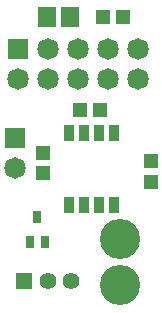
<source format=gbr>
G04 DipTrace 3.2.0.1*
G04 TopMask.gbr*
%MOIN*%
G04 #@! TF.FileFunction,Soldermask,Top*
G04 #@! TF.Part,Single*
%ADD34R,0.037874X0.052874*%
%ADD36R,0.047244X0.051181*%
%ADD38C,0.071654*%
%ADD40R,0.071654X0.071654*%
%ADD42C,0.055118*%
%ADD44R,0.055118X0.055118*%
%ADD46R,0.059055X0.066929*%
%ADD48R,0.027559X0.041339*%
%ADD50C,0.133858*%
%ADD52R,0.051181X0.047244*%
%FSLAX26Y26*%
G04*
G70*
G90*
G75*
G01*
G04 TopMask*
%LPD*%
D52*
X772639Y1072713D3*
X705710D3*
D50*
X839322Y641827D3*
Y488283D3*
D48*
X539370Y633858D3*
X590556D3*
X564963Y716535D3*
D46*
X598425Y1381890D3*
X673228D3*
D44*
X520070Y502289D3*
D42*
X598810D3*
X677550D3*
D40*
X488928Y980409D3*
D38*
Y880409D3*
X500000Y1177165D3*
X600000D3*
X700000D3*
X800000D3*
X900000D3*
Y1277165D3*
X800000D3*
X700000D3*
X600000D3*
D40*
X500000D3*
D36*
X582677Y862205D3*
Y929134D3*
X944882Y834646D3*
Y901575D3*
D52*
X850394Y1381890D3*
X783465D3*
D34*
X819636Y996157D3*
X769636D3*
X719636D3*
X669636D3*
Y755659D3*
X719636D3*
X769636D3*
X819636D3*
M02*

</source>
